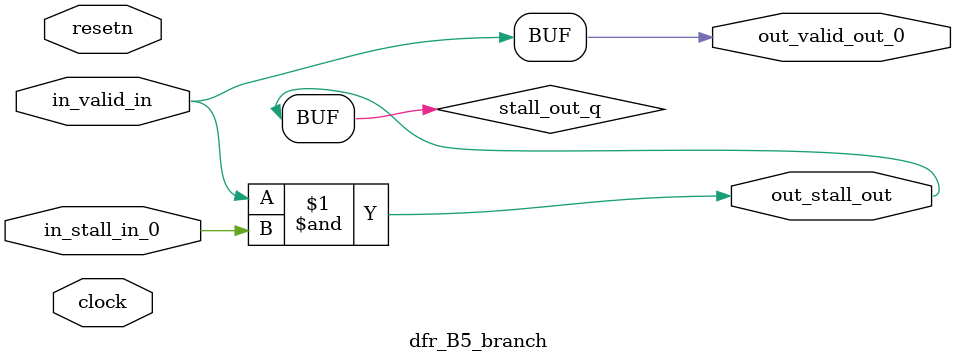
<source format=sv>



(* altera_attribute = "-name AUTO_SHIFT_REGISTER_RECOGNITION OFF; -name MESSAGE_DISABLE 10036; -name MESSAGE_DISABLE 10037; -name MESSAGE_DISABLE 14130; -name MESSAGE_DISABLE 14320; -name MESSAGE_DISABLE 15400; -name MESSAGE_DISABLE 14130; -name MESSAGE_DISABLE 10036; -name MESSAGE_DISABLE 12020; -name MESSAGE_DISABLE 12030; -name MESSAGE_DISABLE 12010; -name MESSAGE_DISABLE 12110; -name MESSAGE_DISABLE 14320; -name MESSAGE_DISABLE 13410; -name MESSAGE_DISABLE 113007; -name MESSAGE_DISABLE 10958" *)
module dfr_B5_branch (
    input wire [0:0] in_stall_in_0,
    input wire [0:0] in_valid_in,
    output wire [0:0] out_stall_out,
    output wire [0:0] out_valid_out_0,
    input wire clock,
    input wire resetn
    );

    wire [0:0] stall_out_q;


    // stall_out(LOGICAL,6)
    assign stall_out_q = in_valid_in & in_stall_in_0;

    // out_stall_out(GPOUT,4)
    assign out_stall_out = stall_out_q;

    // out_valid_out_0(GPOUT,5)
    assign out_valid_out_0 = in_valid_in;

endmodule

</source>
